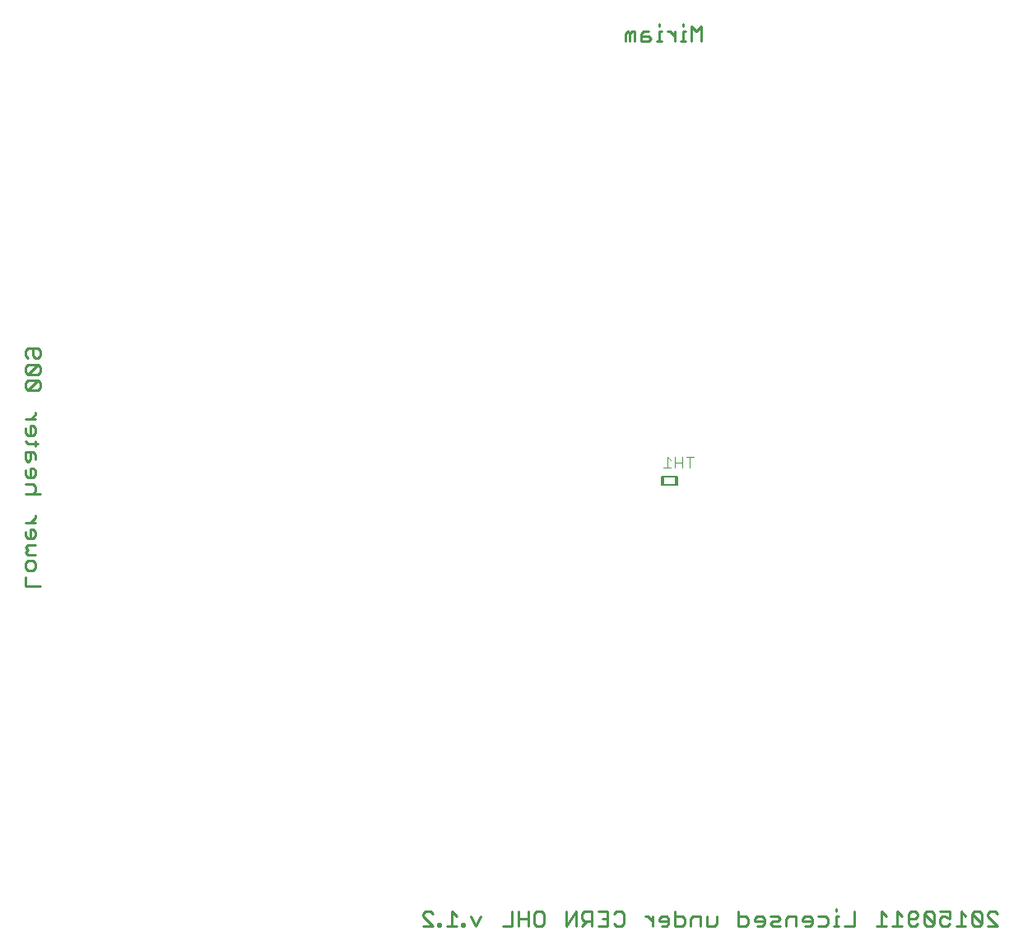
<source format=gbo>
G75*
%MOIN*%
%OFA0B0*%
%FSLAX25Y25*%
%IPPOS*%
%LPD*%
%AMOC8*
5,1,8,0,0,1.08239X$1,22.5*
%
%ADD10C,0.01100*%
%ADD11C,0.00500*%
%ADD12C,0.00400*%
D10*
X0225996Y0055637D02*
X0229932Y0055637D01*
X0225996Y0059574D01*
X0225996Y0060558D01*
X0226980Y0061542D01*
X0228948Y0061542D01*
X0229932Y0060558D01*
X0232171Y0056622D02*
X0232171Y0055637D01*
X0233155Y0055637D01*
X0233155Y0056622D01*
X0232171Y0056622D01*
X0235664Y0055637D02*
X0239601Y0055637D01*
X0237632Y0055637D02*
X0237632Y0061542D01*
X0239601Y0059574D01*
X0241839Y0056622D02*
X0241839Y0055637D01*
X0242823Y0055637D01*
X0242823Y0056622D01*
X0241839Y0056622D01*
X0245332Y0059574D02*
X0247301Y0055637D01*
X0249269Y0059574D01*
X0258223Y0055637D02*
X0262160Y0055637D01*
X0262160Y0061542D01*
X0264669Y0061542D02*
X0264669Y0055637D01*
X0264669Y0058590D02*
X0268605Y0058590D01*
X0268605Y0061542D02*
X0268605Y0055637D01*
X0271114Y0056622D02*
X0272098Y0055637D01*
X0274067Y0055637D01*
X0275051Y0056622D01*
X0275051Y0060558D01*
X0274067Y0061542D01*
X0272098Y0061542D01*
X0271114Y0060558D01*
X0271114Y0056622D01*
X0284005Y0055637D02*
X0284005Y0061542D01*
X0287942Y0061542D02*
X0284005Y0055637D01*
X0287942Y0055637D02*
X0287942Y0061542D01*
X0290451Y0060558D02*
X0290451Y0058590D01*
X0291435Y0057606D01*
X0294387Y0057606D01*
X0292419Y0057606D02*
X0290451Y0055637D01*
X0294387Y0055637D02*
X0294387Y0061542D01*
X0291435Y0061542D01*
X0290451Y0060558D01*
X0296896Y0061542D02*
X0300833Y0061542D01*
X0300833Y0055637D01*
X0296896Y0055637D01*
X0298865Y0058590D02*
X0300833Y0058590D01*
X0303342Y0060558D02*
X0304326Y0061542D01*
X0306294Y0061542D01*
X0307278Y0060558D01*
X0307278Y0056622D01*
X0306294Y0055637D01*
X0304326Y0055637D01*
X0303342Y0056622D01*
X0316143Y0059574D02*
X0317127Y0059574D01*
X0319095Y0057606D01*
X0319095Y0059574D02*
X0319095Y0055637D01*
X0321604Y0057606D02*
X0325541Y0057606D01*
X0325541Y0058590D02*
X0324557Y0059574D01*
X0322588Y0059574D01*
X0321604Y0058590D01*
X0321604Y0057606D01*
X0322588Y0055637D02*
X0324557Y0055637D01*
X0325541Y0056622D01*
X0325541Y0058590D01*
X0328050Y0059574D02*
X0331002Y0059574D01*
X0331986Y0058590D01*
X0331986Y0056622D01*
X0331002Y0055637D01*
X0328050Y0055637D01*
X0328050Y0061542D01*
X0334495Y0058590D02*
X0334495Y0055637D01*
X0334495Y0058590D02*
X0335479Y0059574D01*
X0338432Y0059574D01*
X0338432Y0055637D01*
X0340941Y0055637D02*
X0340941Y0059574D01*
X0344877Y0059574D02*
X0344877Y0056622D01*
X0343893Y0055637D01*
X0340941Y0055637D01*
X0353831Y0055637D02*
X0353831Y0061542D01*
X0353831Y0059574D02*
X0356784Y0059574D01*
X0357768Y0058590D01*
X0357768Y0056622D01*
X0356784Y0055637D01*
X0353831Y0055637D01*
X0360277Y0057606D02*
X0364214Y0057606D01*
X0364214Y0058590D02*
X0363230Y0059574D01*
X0361261Y0059574D01*
X0360277Y0058590D01*
X0360277Y0057606D01*
X0361261Y0055637D02*
X0363230Y0055637D01*
X0364214Y0056622D01*
X0364214Y0058590D01*
X0366722Y0059574D02*
X0369675Y0059574D01*
X0370659Y0058590D01*
X0369675Y0057606D01*
X0367707Y0057606D01*
X0366722Y0056622D01*
X0367707Y0055637D01*
X0370659Y0055637D01*
X0373168Y0055637D02*
X0373168Y0058590D01*
X0374152Y0059574D01*
X0377105Y0059574D01*
X0377105Y0055637D01*
X0379613Y0057606D02*
X0383550Y0057606D01*
X0383550Y0058590D02*
X0382566Y0059574D01*
X0380598Y0059574D01*
X0379613Y0058590D01*
X0379613Y0057606D01*
X0380598Y0055637D02*
X0382566Y0055637D01*
X0383550Y0056622D01*
X0383550Y0058590D01*
X0386059Y0059574D02*
X0389012Y0059574D01*
X0389996Y0058590D01*
X0389996Y0056622D01*
X0389012Y0055637D01*
X0386059Y0055637D01*
X0392324Y0055637D02*
X0394293Y0055637D01*
X0393309Y0055637D02*
X0393309Y0059574D01*
X0394293Y0059574D01*
X0393309Y0061542D02*
X0393309Y0062527D01*
X0400738Y0061542D02*
X0400738Y0055637D01*
X0396801Y0055637D01*
X0409692Y0055637D02*
X0413629Y0055637D01*
X0411661Y0055637D02*
X0411661Y0061542D01*
X0413629Y0059574D01*
X0416138Y0055637D02*
X0420075Y0055637D01*
X0418106Y0055637D02*
X0418106Y0061542D01*
X0420075Y0059574D01*
X0422583Y0058590D02*
X0425536Y0058590D01*
X0426520Y0059574D01*
X0426520Y0060558D01*
X0425536Y0061542D01*
X0423568Y0061542D01*
X0422583Y0060558D01*
X0422583Y0056622D01*
X0423568Y0055637D01*
X0425536Y0055637D01*
X0426520Y0056622D01*
X0429029Y0056622D02*
X0430013Y0055637D01*
X0431981Y0055637D01*
X0432966Y0056622D01*
X0429029Y0060558D01*
X0429029Y0056622D01*
X0429029Y0060558D02*
X0430013Y0061542D01*
X0431981Y0061542D01*
X0432966Y0060558D01*
X0432966Y0056622D01*
X0435474Y0056622D02*
X0436459Y0055637D01*
X0438427Y0055637D01*
X0439411Y0056622D01*
X0439411Y0058590D02*
X0437443Y0059574D01*
X0436459Y0059574D01*
X0435474Y0058590D01*
X0435474Y0056622D01*
X0439411Y0058590D02*
X0439411Y0061542D01*
X0435474Y0061542D01*
X0443888Y0061542D02*
X0443888Y0055637D01*
X0441920Y0055637D02*
X0445857Y0055637D01*
X0448365Y0056622D02*
X0449350Y0055637D01*
X0451318Y0055637D01*
X0452302Y0056622D01*
X0448365Y0060558D01*
X0448365Y0056622D01*
X0445857Y0059574D02*
X0443888Y0061542D01*
X0448365Y0060558D02*
X0449350Y0061542D01*
X0451318Y0061542D01*
X0452302Y0060558D01*
X0452302Y0056622D01*
X0454811Y0055637D02*
X0458748Y0055637D01*
X0454811Y0059574D01*
X0454811Y0060558D01*
X0455795Y0061542D01*
X0457763Y0061542D01*
X0458748Y0060558D01*
X0071034Y0193104D02*
X0065129Y0193104D01*
X0065129Y0197041D01*
X0066113Y0199550D02*
X0065129Y0200534D01*
X0065129Y0202502D01*
X0066113Y0203487D01*
X0068081Y0203487D01*
X0069065Y0202502D01*
X0069065Y0200534D01*
X0068081Y0199550D01*
X0066113Y0199550D01*
X0066113Y0205995D02*
X0065129Y0206979D01*
X0066113Y0207964D01*
X0065129Y0208948D01*
X0066113Y0209932D01*
X0069065Y0209932D01*
X0068081Y0212441D02*
X0069065Y0213425D01*
X0069065Y0215393D01*
X0068081Y0216378D01*
X0067097Y0216378D01*
X0067097Y0212441D01*
X0066113Y0212441D02*
X0068081Y0212441D01*
X0066113Y0212441D02*
X0065129Y0213425D01*
X0065129Y0215393D01*
X0065129Y0218886D02*
X0069065Y0218886D01*
X0067097Y0218886D02*
X0069065Y0220855D01*
X0069065Y0221839D01*
X0068081Y0230703D02*
X0069065Y0231687D01*
X0069065Y0233656D01*
X0068081Y0234640D01*
X0065129Y0234640D01*
X0066113Y0237149D02*
X0068081Y0237149D01*
X0069065Y0238133D01*
X0069065Y0240101D01*
X0068081Y0241085D01*
X0067097Y0241085D01*
X0067097Y0237149D01*
X0066113Y0237149D02*
X0065129Y0238133D01*
X0065129Y0240101D01*
X0066113Y0243594D02*
X0067097Y0244578D01*
X0067097Y0247531D01*
X0068081Y0247531D02*
X0065129Y0247531D01*
X0065129Y0244578D01*
X0066113Y0243594D01*
X0069065Y0244578D02*
X0069065Y0246547D01*
X0068081Y0247531D01*
X0069065Y0250040D02*
X0069065Y0252008D01*
X0070050Y0251024D02*
X0066113Y0251024D01*
X0065129Y0252008D01*
X0066113Y0254337D02*
X0068081Y0254337D01*
X0069065Y0255321D01*
X0069065Y0257289D01*
X0068081Y0258273D01*
X0067097Y0258273D01*
X0067097Y0254337D01*
X0066113Y0254337D02*
X0065129Y0255321D01*
X0065129Y0257289D01*
X0065129Y0260782D02*
X0069065Y0260782D01*
X0067097Y0260782D02*
X0069065Y0262750D01*
X0069065Y0263735D01*
X0070050Y0272599D02*
X0066113Y0272599D01*
X0070050Y0276535D01*
X0066113Y0276535D01*
X0065129Y0275551D01*
X0065129Y0273583D01*
X0066113Y0272599D01*
X0070050Y0272599D02*
X0071034Y0273583D01*
X0071034Y0275551D01*
X0070050Y0276535D01*
X0070050Y0279044D02*
X0066113Y0279044D01*
X0070050Y0282981D01*
X0066113Y0282981D01*
X0065129Y0281997D01*
X0065129Y0280028D01*
X0066113Y0279044D01*
X0070050Y0279044D02*
X0071034Y0280028D01*
X0071034Y0281997D01*
X0070050Y0282981D01*
X0070050Y0285490D02*
X0069065Y0285490D01*
X0068081Y0286474D01*
X0068081Y0289426D01*
X0066113Y0289426D02*
X0070050Y0289426D01*
X0071034Y0288442D01*
X0071034Y0286474D01*
X0070050Y0285490D01*
X0066113Y0285490D02*
X0065129Y0286474D01*
X0065129Y0288442D01*
X0066113Y0289426D01*
X0065129Y0230703D02*
X0071034Y0230703D01*
X0069065Y0205995D02*
X0066113Y0205995D01*
X0307899Y0414050D02*
X0307899Y0417003D01*
X0308883Y0417987D01*
X0309867Y0417003D01*
X0309867Y0414050D01*
X0311836Y0414050D02*
X0311836Y0417987D01*
X0310852Y0417987D01*
X0309867Y0417003D01*
X0314345Y0417003D02*
X0315329Y0417987D01*
X0317297Y0417987D01*
X0317297Y0416018D02*
X0314345Y0416018D01*
X0314345Y0417003D02*
X0314345Y0414050D01*
X0317297Y0414050D01*
X0318281Y0415034D01*
X0317297Y0416018D01*
X0320610Y0414050D02*
X0322578Y0414050D01*
X0321594Y0414050D02*
X0321594Y0417987D01*
X0322578Y0417987D01*
X0321594Y0419955D02*
X0321594Y0420939D01*
X0324997Y0417987D02*
X0325981Y0417987D01*
X0327949Y0416018D01*
X0327949Y0414050D02*
X0327949Y0417987D01*
X0331262Y0417987D02*
X0331262Y0414050D01*
X0332246Y0414050D02*
X0330278Y0414050D01*
X0331262Y0417987D02*
X0332246Y0417987D01*
X0331262Y0419955D02*
X0331262Y0420939D01*
X0334755Y0419955D02*
X0334755Y0414050D01*
X0338692Y0414050D02*
X0338692Y0419955D01*
X0336724Y0417987D01*
X0334755Y0419955D01*
D11*
X0329032Y0237484D02*
X0329032Y0234335D01*
X0328639Y0234335D01*
X0328245Y0234335D01*
X0328245Y0237484D01*
X0328639Y0237484D01*
X0328639Y0234335D01*
X0328245Y0234335D02*
X0323520Y0234335D01*
X0323520Y0237484D01*
X0323127Y0237484D01*
X0323127Y0234728D01*
X0323520Y0234335D02*
X0322733Y0234335D01*
X0322733Y0237484D01*
X0323127Y0237484D01*
X0323520Y0237484D02*
X0328245Y0237484D01*
X0328639Y0237484D02*
X0329032Y0237484D01*
D12*
X0328009Y0241109D02*
X0328009Y0245713D01*
X0326475Y0244179D02*
X0324940Y0245713D01*
X0324940Y0241109D01*
X0323406Y0241109D02*
X0326475Y0241109D01*
X0328009Y0243411D02*
X0331079Y0243411D01*
X0331079Y0241109D02*
X0331079Y0245713D01*
X0332613Y0245713D02*
X0335683Y0245713D01*
X0334148Y0245713D02*
X0334148Y0241109D01*
M02*

</source>
